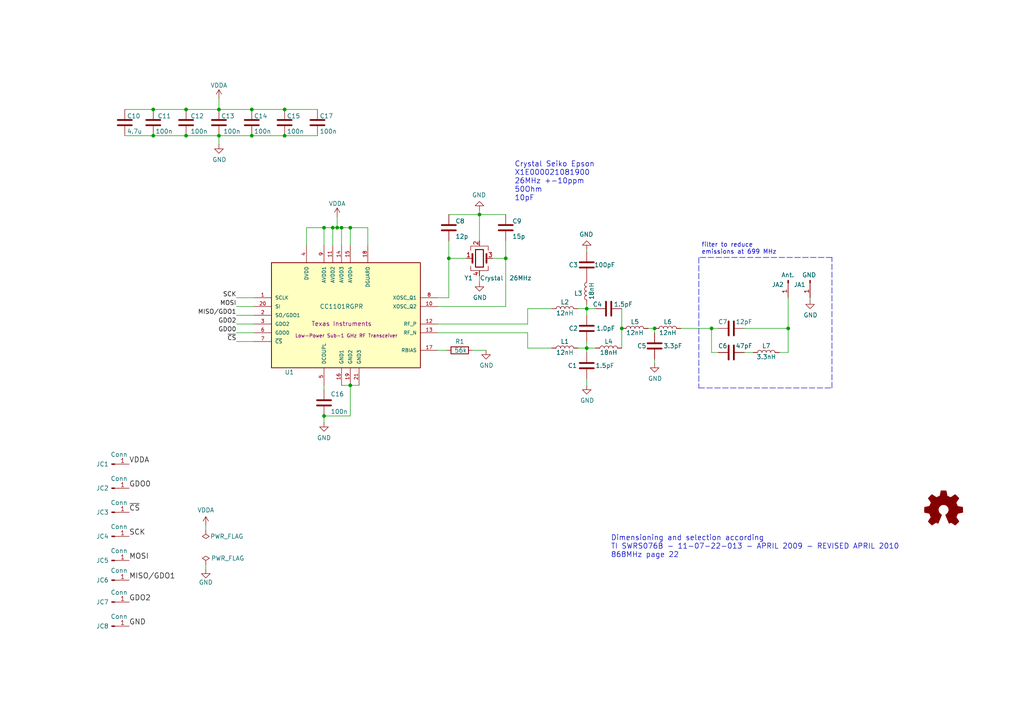
<source format=kicad_sch>
(kicad_sch (version 20211123) (generator eeschema)
  (paper "A4")
  (title_block (title "CC1101_868MHz_RF_Modul_FUEL4EP") (date "2023-08-25") (rev "1.0") (company "(C) FUEL4EP 2023") (comment 1 "fork of Jérômes CC1101_module https://github.com/jp112sdl/CC1101_Module ") (comment 2 "Creative Commons License, non-commercial") (comment 3 "for AsksinPP DIY devices") (comment 4 "868.3 MHz CC1101 RF tranceiver module prepared for JLCPCB assembly"))
  (lib_symbols
    (symbol "Connector:Conn_01x01_Male" (pin_names (offset 1.016) hide)
      (property "Reference" "J" (at 0 2.54 0))
      (property "Value" "Conn_01x01_Male" (at 0 -2.54 0))
      (symbol "Conn_01x01_Male_1_1"
        (polyline (pts (xy 1.27 0) (xy 0.8636 0)) (stroke (width 0.1524)))
        (rectangle (start 0.8636 0.127) (end 0 -0.127) (stroke (width 0.1524)) (fill (type outline)))
        (pin passive line (at 5.08 0 180) (length 3.81) (name "Pin_1") (number "1"))
      )
    )
    (symbol "Device:C" (pin_numbers hide) (pin_names (offset 0.254))
      (property "Reference" "C" (at 0.635 2.54 0))
      (property "Value" "C" (at 0.635 -2.54 0))
      (symbol "C_0_1"
        (polyline (pts (xy -2.032 -0.762) (xy 2.032 -0.762)) (stroke (width 0.508)))
        (polyline (pts (xy -2.032 0.762) (xy 2.032 0.762)) (stroke (width 0.508)))
      )
      (symbol "C_1_1"
        (pin passive line (at 0 3.81 270) (length 2.794) (name "~") (number "1"))
        (pin passive line (at 0 -3.81 90) (length 2.794) (name "~") (number "2"))
      )
    )
    (symbol "Device:Crystal_GND24" (pin_names (offset 1.016) hide)
      (property "Reference" "Y" (at 3.175 5.08 0))
      (property "Value" "Crystal_GND24" (at 3.175 3.175 0))
      (symbol "Crystal_GND24_0_1"
        (rectangle (start -1.143 2.54) (end 1.143 -2.54) (stroke (width 0.3048)))
        (polyline (pts (xy -2.54 0) (xy -2.032 0)))
        (polyline (pts (xy -2.032 -1.27) (xy -2.032 1.27)) (stroke (width 0.508)))
        (polyline (pts (xy 0 -3.81) (xy 0 -3.556)))
        (polyline (pts (xy 0 3.556) (xy 0 3.81)))
        (polyline (pts (xy 2.032 -1.27) (xy 2.032 1.27)) (stroke (width 0.508)))
        (polyline (pts (xy 2.032 0) (xy 2.54 0)))
        (polyline (pts (xy -2.54 -2.286) (xy -2.54 -3.556) (xy 2.54 -3.556) (xy 2.54 -2.286)))
        (polyline (pts (xy -2.54 2.286) (xy -2.54 3.556) (xy 2.54 3.556) (xy 2.54 2.286)))
      )
      (symbol "Crystal_GND24_1_1"
        (pin passive line (at -3.81 0 0) (length 1.27) (name "1") (number "1"))
        (pin passive line (at 0 5.08 270) (length 1.27) (name "2") (number "2"))
        (pin passive line (at 3.81 0 180) (length 1.27) (name "3") (number "3"))
        (pin passive line (at 0 -5.08 90) (length 1.27) (name "4") (number "4"))
      )
    )
    (symbol "Device:L" (pin_numbers hide) (pin_names (offset 1.016) hide)
      (property "Reference" "L" (at -1.27 0 90))
      (property "Value" "L" (at 1.905 0 90))
      (symbol "L_0_1"
        (arc (start 0 -2.54) (mid 0.635 -1.905) (end 0 -1.27))
        (arc (start 0 -1.27) (mid 0.635 -0.635) (end 0 0))
        (arc (start 0 0) (mid 0.635 0.635) (end 0 1.27))
        (arc (start 0 1.27) (mid 0.635 1.905) (end 0 2.54))
      )
      (symbol "L_1_1"
        (pin passive line (at 0 3.81 270) (length 1.27) (name "1") (number "1"))
        (pin passive line (at 0 -3.81 90) (length 1.27) (name "2") (number "2"))
      )
    )
    (symbol "Device:R" (pin_numbers hide) (pin_names (offset 0))
      (property "Reference" "R" (at 2.032 0 90))
      (property "Value" "R" (at 0 0 90))
      (symbol "R_0_1"
        (rectangle (start -1.016 -2.54) (end 1.016 2.54) (stroke (width 0.254)))
      )
      (symbol "R_1_1"
        (pin passive line (at 0 3.81 270) (length 1.27) (name "~") (number "1"))
        (pin passive line (at 0 -3.81 90) (length 1.27) (name "~") (number "2"))
      )
    )
    (symbol "FUEL4EP:CC1101RGPR" (pin_names (offset 1.016))
      (property "Reference" "U" (at -20.955 -18.415 0))
      (property "Value" "CC1101RGPR" (at -6.35 2.54 0))
      (symbol "CC1101RGPR_0_0"
        (rectangle (start -20.32 -15.24) (end 22.86 15.24) (stroke (width 0.254)) (fill (type background)))
        (pin input line (at -25.4 5.08 0) (length 5.08) (name "SCLK") (number "1"))
        (pin bidirectional line (at 27.94 2.54 180) (length 5.08) (name "XOSC_Q2") (number "10"))
        (pin power_in line (at -2.54 20.32 270) (length 5.08) (name "AVDD2") (number "11"))
        (pin bidirectional line (at 27.94 -2.54 180) (length 5.08) (name "RF_P") (number "12"))
        (pin bidirectional line (at 27.94 -5.08 180) (length 5.08) (name "RF_N") (number "13"))
        (pin power_in line (at 0 20.32 270) (length 5.08) (name "AVDD3") (number "14"))
        (pin power_in line (at 2.54 20.32 270) (length 5.08) (name "AVDD4") (number "15"))
        (pin power_in line (at 0 -20.32 90) (length 5.08) (name "GND1") (number "16"))
        (pin bidirectional line (at 27.94 -10.16 180) (length 5.08) (name "RBIAS") (number "17"))
        (pin power_in line (at 7.62 20.32 270) (length 5.08) (name "DGUARD") (number "18"))
        (pin power_in line (at 2.54 -20.32 90) (length 5.08) (name "GND2") (number "19"))
        (pin bidirectional line (at -25.4 0 0) (length 5.08) (name "SO/GDO1") (number "2"))
        (pin input line (at -25.4 2.54 0) (length 5.08) (name "SI") (number "20"))
        (pin power_in line (at 5.08 -20.32 90) (length 5.08) (name "GND3") (number "21"))
        (pin output line (at -25.4 -2.54 0) (length 5.08) (name "GDO2") (number "3"))
        (pin power_in line (at -10.16 20.32 270) (length 5.08) (name "DVDD") (number "4"))
        (pin bidirectional line (at -5.08 -20.32 90) (length 5.08) (name "DCOUPL") (number "5"))
        (pin output line (at -25.4 -5.08 0) (length 5.08) (name "GDO0") (number "6"))
        (pin input line (at -25.4 -7.62 0) (length 5.08) (name "~{CS}") (number "7"))
        (pin bidirectional line (at 27.94 5.08 180) (length 5.08) (name "XOSC_Q1") (number "8"))
        (pin power_in line (at -5.08 20.32 270) (length 5.08) (name "AVDD1") (number "9"))
      )
    )
    (symbol "Graphic:Logo_Open_Hardware_Small" (pin_names (offset 1.016))
      (symbol "Logo_Open_Hardware_Small_0_1"
        (polyline (pts (xy 3.3528 -4.3434) (xy 3.302 -4.318) (xy 3.175 -4.2418) (xy 2.9972 -4.1148) (xy 2.7686 -3.9624) (xy 2.54 -3.81) (xy 2.3622 -3.7084) (xy 2.2352 -3.6068) (xy 2.1844 -3.5814) (xy 2.159 -3.6068) (xy 2.0574 -3.6576) (xy 1.905 -3.7338) (xy 1.8034 -3.7846) (xy 1.6764 -3.8354) (xy 1.6002 -3.8354) (xy 1.6002 -3.8354) (xy 1.5494 -3.7338) (xy 1.4732 -3.5306) (xy 1.3462 -3.302) (xy 1.2446 -3.0226) (xy 1.1176 -2.7178) (xy 0.9652 -2.413) (xy 0.8636 -2.1082) (xy 0.7366 -1.8288) (xy 0.6604 -1.6256) (xy 0.6096 -1.4732) (xy 0.5842 -1.397) (xy 0.5842 -1.397) (xy 0.6604 -1.3208) (xy 0.7874 -1.2446) (xy 1.0414 -1.016) (xy 1.2954 -0.6858) (xy 1.4478 -0.3302) (xy 1.524 0.0762) (xy 1.4732 0.4572) (xy 1.3208 0.8128) (xy 1.0668 1.143) (xy 0.762 1.3716) (xy 0.4064 1.524) (xy 0 1.5748) (xy -0.381 1.5494) (xy -0.7366 1.397) (xy -1.0668 1.143) (xy -1.2192 0.9906) (xy -1.397 0.6604) (xy -1.524 0.3048) (xy -1.524 0.2286) (xy -1.4986 -0.1778) (xy -1.397 -0.5334) (xy -1.1938 -0.8636) (xy -0.9144 -1.143) (xy -0.8636 -1.1684) (xy -0.7366 -1.27) (xy -0.635 -1.3462) (xy -0.5842 -1.397) (xy -1.0668 -2.5908) (xy -1.143 -2.794) (xy -1.2954 -3.1242) (xy -1.397 -3.4036) (xy -1.4986 -3.6322) (xy -1.5748 -3.7846) (xy -1.6002 -3.8354) (xy -1.6002 -3.8354) (xy -1.651 -3.8354) (xy -1.7272 -3.81) (xy -1.905 -3.7338) (xy -2.0066 -3.683) (xy -2.1336 -3.6068) (xy -2.2098 -3.5814) (xy -2.2606 -3.6068) (xy -2.3622 -3.683) (xy -2.54 -3.81) (xy -2.7686 -3.9624) (xy -2.9718 -4.0894) (xy -3.1496 -4.2164) (xy -3.302 -4.318) (xy -3.3528 -4.3434) (xy -3.3782 -4.3434) (xy -3.429 -4.318) (xy -3.5306 -4.2164) (xy -3.7084 -4.064) (xy -3.937 -3.8354) (xy -3.9624 -3.81) (xy -4.1656 -3.6068) (xy -4.318 -3.4544) (xy -4.4196 -3.3274) (xy -4.445 -3.2766) (xy -4.445 -3.2766) (xy -4.4196 -3.2258) (xy -4.318 -3.0734) (xy -4.2164 -2.8956) (xy -4.064 -2.667) (xy -3.6576 -2.0828) (xy -3.8862 -1.5494) (xy -3.937 -1.3716) (xy -4.0386 -1.1684) (xy -4.0894 -1.0414) (xy -4.1148 -0.9652) (xy -4.191 -0.9398) (xy -4.318 -0.9144) (xy -4.5466 -0.8636) (xy -4.8006 -0.8128) (xy -5.0546 -0.7874) (xy -5.2578 -0.7366) (xy -5.4356 -0.7112) (xy -5.5118 -0.6858) (xy -5.5118 -0.6858) (xy -5.5372 -0.635) (xy -5.5372 -0.5588) (xy -5.5372 -0.4318) (xy -5.5626 -0.2286) (xy -5.5626 0.0762) (xy -5.5626 0.127) (xy -5.5372 0.4064) (xy -5.5372 0.635) (xy -5.5372 0.762) (xy -5.5372 0.8382) (xy -5.5372 0.8382) (xy -5.461 0.8382) (xy -5.3086 0.889) (xy -5.08 0.9144) (xy -4.826 0.9652) (xy -4.8006 0.9906) (xy -4.5466 1.0414) (xy -4.318 1.0668) (xy -4.1656 1.1176) (xy -4.0894 1.143) (xy -4.0894 1.143) (xy -4.0386 1.2446) (xy -3.9624 1.4224) (xy -3.8608 1.6256) (xy -3.7846 1.8288) (xy -3.7084 2.0066) (xy -3.6576 2.159) (xy -3.6322 2.2098) (xy -3.6322 2.2098) (xy -3.683 2.286) (xy -3.7592 2.413) (xy -3.8862 2.5908) (xy -4.064 2.8194) (xy -4.064 2.8448) (xy -4.2164 3.0734) (xy -4.3434 3.2512) (xy -4.4196 3.3782) (xy -4.445 3.4544) (xy -4.445 3.4544) (xy -4.3942 3.5052) (xy -4.2926 3.6322) (xy -4.1148 3.81) (xy -3.937 4.0132) (xy -3.8608 4.064) (xy -3.6576 4.2926) (xy -3.5052 4.4196) (xy -3.4036 4.4958) (xy -3.3528 4.5212) (xy -3.3528 4.5212) (xy -3.302 4.4704) (xy -3.1496 4.3688) (xy -2.9718 4.2418) (xy -2.7432 4.0894) (xy -2.7178 4.0894) (xy -2.4892 3.937) (xy -2.3114 3.81) (xy -2.1844 3.7084) (xy -2.1336 3.683) (xy -2.1082 3.683) (xy -2.032 3.7084) (xy -1.8542 3.7592) (xy -1.6764 3.8354) (xy -1.4732 3.937) (xy -1.27 4.0132) (xy -1.143 4.064) (xy -1.0668 4.1148) (xy -1.0668 4.1148) (xy -1.0414 4.191) (xy -1.016 4.3434) (xy -0.9652 4.572) (xy -0.9144 4.8514) (xy -0.889 4.9022) (xy -0.8382 5.1562) (xy -0.8128 5.3848) (xy -0.7874 5.5372) (xy -0.762 5.588) (xy -0.7112 5.6134) (xy -0.5842 5.6134) (xy -0.4064 5.6134) (xy -0.1524 5.6134) (xy 0.0762 5.6134) (xy 0.3302 5.6134) (xy 0.5334 5.6134) (xy 0.6858 5.588) (xy 0.7366 5.588) (xy 0.7366 5.588) (xy 0.762 5.5118) (xy 0.8128 5.334) (xy 0.8382 5.1054) (xy 0.9144 4.826) (xy 0.9144 4.7752) (xy 0.9652 4.5212) (xy 1.016 4.2926) (xy 1.0414 4.1402) (xy 1.0668 4.0894) (xy 1.0668 4.0894) (xy 1.1938 4.0386) (xy 1.3716 3.9624) (xy 1.5748 3.8608) (xy 2.0828 3.6576) (xy 2.7178 4.0894) (xy 2.7686 4.1402) (xy 2.9972 4.2926) (xy 3.175 4.4196) (xy 3.302 4.4958) (xy 3.3782 4.5212) (xy 3.3782 4.5212) (xy 3.429 4.4704) (xy 3.556 4.3434) (xy 3.7338 4.191) (xy 3.9116 3.9878) (xy 4.064 3.8354) (xy 4.2418 3.6576) (xy 4.3434 3.556) (xy 4.4196 3.4798) (xy 4.4196 3.429) (xy 4.4196 3.4036) (xy 4.3942 3.3274) (xy 4.2926 3.2004) (xy 4.1656 2.9972) (xy 4.0132 2.794) (xy 3.8862 2.5908) (xy 3.7592 2.3876) (xy 3.6576 2.2352) (xy 3.6322 2.159) (xy 3.6322 2.1336) (xy 3.683 2.0066) (xy 3.7592 1.8288) (xy 3.8608 1.6002) (xy 4.064 1.1176) (xy 4.3942 1.0414) (xy 4.5974 1.016) (xy 4.8768 0.9652) (xy 5.1308 0.9144) (xy 5.5372 0.8382) (xy 5.5626 -0.6604) (xy 5.4864 -0.6858) (xy 5.4356 -0.6858) (xy 5.2832 -0.7366) (xy 5.0546 -0.762) (xy 4.8006 -0.8128) (xy 4.5974 -0.8636) (xy 4.3688 -0.9144) (xy 4.2164 -0.9398) (xy 4.1402 -0.9398) (xy 4.1148 -0.9652) (xy 4.064 -1.0668) (xy 3.9878 -1.2446) (xy 3.9116 -1.4478) (xy 3.81 -1.651) (xy 3.7338 -1.8542) (xy 3.683 -2.0066) (xy 3.6576 -2.0828) (xy 3.683 -2.1336) (xy 3.7846 -2.2606) (xy 3.8862 -2.4638) (xy 4.0386 -2.667) (xy 4.191 -2.8956) (xy 4.318 -3.0734) (xy 4.3942 -3.2004) (xy 4.445 -3.2766) (xy 4.4196 -3.3274) (xy 4.3434 -3.429) (xy 4.1656 -3.5814) (xy 3.937 -3.8354) (xy 3.8862 -3.8608) (xy 3.683 -4.064) (xy 3.5306 -4.2164) (xy 3.4036 -4.318) (xy 3.3528 -4.3434)) (fill (type outline)))
      )
    )
    (symbol "power:GND" (power) (pin_names (offset 0))
      (property "Value" "GND" (at 0 -3.81 0))
      (symbol "GND_0_1"
        (polyline (pts (xy 0 0) (xy 0 -1.27) (xy 1.27 -1.27) (xy 0 -2.54) (xy -1.27 -1.27) (xy 0 -1.27)))
      )
      (symbol "GND_1_1"
        (pin power_in line (at 0 0 270) (length 0) hide (name "GND") (number "1"))
      )
    )
    (symbol "power:PWR_FLAG" (power) (pin_numbers hide) (pin_names (offset 0) hide)
      (property "Value" "PWR_FLAG" (at 0 3.81 0))
      (symbol "PWR_FLAG_0_0"
        (pin power_out line (at 0 0 90) (length 0) (name "pwr") (number "1"))
      )
      (symbol "PWR_FLAG_0_1"
        (polyline (pts (xy 0 0) (xy 0 1.27) (xy -1.016 1.905) (xy 0 2.54) (xy 1.016 1.905) (xy 0 1.27)))
      )
    )
    (symbol "power:VDDA" (power) (pin_names (offset 0))
      (property "Value" "VDDA" (at 0 3.81 0))
      (symbol "VDDA_0_1"
        (polyline (pts (xy -0.762 1.27) (xy 0 2.54)))
        (polyline (pts (xy 0 0) (xy 0 2.54)))
        (polyline (pts (xy 0 2.54) (xy 0.762 1.27)))
      )
      (symbol "VDDA_1_1"
        (pin power_in line (at 0 0 90) (length 0) hide (name "VDDA") (number "1"))
      )
    )
  )
  (junction (at 73.025 31.75))
  (junction (at 101.6 66.04))
  (junction (at 63.5 39.37))
  (junction (at 44.45 39.37))
  (junction (at 82.55 31.75))
  (junction (at 97.79 66.04))
  (junction (at 93.98 66.04))
  (junction (at 53.975 39.37))
  (junction (at 146.685 74.93))
  (junction (at 228.6 95.25))
  (junction (at 63.5 31.75))
  (junction (at 180.34 95.25))
  (junction (at 44.45 31.75))
  (junction (at 170.18 100.965))
  (junction (at 73.025 39.37))
  (junction (at 82.55 39.37))
  (junction (at 130.175 74.93))
  (junction (at 93.98 120.65))
  (junction (at 99.06 66.04))
  (junction (at 206.375 95.25))
  (junction (at 189.865 95.25))
  (junction (at 139.065 62.23))
  (junction (at 101.6 111.76))
  (junction (at 53.975 31.75))
  (junction (at 96.52 66.04))
  (junction (at 170.18 89.535))
  (wire (pts (xy 139.065 62.23) (xy 130.175 62.23)))
  (wire (pts (xy 146.685 62.23) (xy 139.065 62.23)))
  (wire (pts (xy 170.18 89.535) (xy 170.18 91.44)))
  (wire (pts (xy 101.6 120.65) (xy 93.98 120.65)))
  (wire (pts (xy 73.025 31.75) (xy 82.55 31.75)))
  (wire (pts (xy 44.45 39.37) (xy 53.975 39.37)))
  (wire (pts (xy 44.45 31.75) (xy 53.975 31.75)))
  (wire (pts (xy 127 96.52) (xy 153.035 96.52)))
  (wire (pts (xy 88.9 66.04) (xy 88.9 71.12)))
  (wire (pts (xy 139.065 62.23) (xy 139.065 69.85)))
  (wire (pts (xy 97.79 66.04) (xy 99.06 66.04)))
  (wire (pts (xy 170.18 100.965) (xy 170.18 99.06)))
  (wire (pts (xy 82.55 38.735) (xy 82.55 39.37)))
  (wire (pts (xy 170.18 88.265) (xy 170.18 89.535)))
  (wire (pts (xy 139.065 60.96) (xy 139.065 62.23)))
  (wire (pts (xy 197.485 95.25) (xy 206.375 95.25)))
  (wire (pts (xy 167.64 100.965) (xy 170.18 100.965)))
  (wire (pts (xy 101.6 66.04) (xy 106.68 66.04)))
  (wire (pts (xy 189.865 95.25) (xy 189.865 96.52)))
  (wire (pts (xy 130.175 74.93) (xy 130.175 86.36)))
  (wire (pts (xy 180.34 95.25) (xy 180.34 100.965)))
  (wire (pts (xy 170.18 100.965) (xy 170.18 102.235)))
  (wire (pts (xy 208.28 102.235) (xy 206.375 102.235)))
  (wire (pts (xy 130.175 86.36) (xy 127 86.36)))
  (wire (pts (xy 63.5 28.575) (xy 63.5 31.75)))
  (polyline (pts (xy 202.692 112.522) (xy 241.3 112.522)))
  (wire (pts (xy 106.68 66.04) (xy 106.68 71.12)))
  (wire (pts (xy 99.06 66.04) (xy 99.06 71.12)))
  (wire (pts (xy 63.5 39.37) (xy 63.5 41.91)))
  (wire (pts (xy 68.58 93.98) (xy 73.66 93.98)))
  (wire (pts (xy 63.5 31.75) (xy 73.025 31.75)))
  (wire (pts (xy 228.6 86.36) (xy 228.6 95.25)))
  (wire (pts (xy 127 93.98) (xy 153.035 93.98)))
  (polyline (pts (xy 241.3 74.676) (xy 202.692 74.676)))
  (wire (pts (xy 68.58 96.52) (xy 73.66 96.52)))
  (wire (pts (xy 59.69 163.83) (xy 59.69 165.1)))
  (wire (pts (xy 82.55 39.37) (xy 92.075 39.37)))
  (wire (pts (xy 153.035 89.535) (xy 160.02 89.535)))
  (polyline (pts (xy 241.3 112.522) (xy 241.3 74.676)))
  (wire (pts (xy 97.79 62.865) (xy 97.79 66.04)))
  (wire (pts (xy 170.18 100.965) (xy 172.72 100.965)))
  (wire (pts (xy 153.035 93.98) (xy 153.035 89.535)))
  (wire (pts (xy 127 88.9) (xy 146.685 88.9)))
  (wire (pts (xy 153.035 100.965) (xy 160.02 100.965)))
  (wire (pts (xy 101.6 111.76) (xy 99.06 111.76)))
  (wire (pts (xy 206.375 95.25) (xy 208.28 95.25)))
  (wire (pts (xy 36.195 31.75) (xy 44.45 31.75)))
  (wire (pts (xy 36.195 39.37) (xy 44.45 39.37)))
  (wire (pts (xy 170.18 72.39) (xy 170.18 73.025)))
  (wire (pts (xy 82.55 31.75) (xy 92.075 31.75)))
  (wire (pts (xy 130.175 69.85) (xy 130.175 74.93)))
  (wire (pts (xy 180.34 89.535) (xy 180.34 95.25)))
  (wire (pts (xy 215.9 95.25) (xy 228.6 95.25)))
  (wire (pts (xy 93.98 66.04) (xy 88.9 66.04)))
  (wire (pts (xy 53.975 39.37) (xy 63.5 39.37)))
  (wire (pts (xy 68.58 88.9) (xy 73.66 88.9)))
  (wire (pts (xy 93.98 66.04) (xy 96.52 66.04)))
  (wire (pts (xy 101.6 66.04) (xy 101.6 71.12)))
  (wire (pts (xy 228.6 102.235) (xy 226.06 102.235)))
  (wire (pts (xy 101.6 111.76) (xy 101.6 120.65)))
  (wire (pts (xy 146.685 74.93) (xy 146.685 88.9)))
  (wire (pts (xy 68.58 86.36) (xy 73.66 86.36)))
  (wire (pts (xy 68.58 99.06) (xy 73.66 99.06)))
  (wire (pts (xy 99.06 66.04) (xy 101.6 66.04)))
  (wire (pts (xy 206.375 102.235) (xy 206.375 95.25)))
  (wire (pts (xy 93.98 120.65) (xy 93.98 122.555)))
  (wire (pts (xy 96.52 66.04) (xy 96.52 71.12)))
  (wire (pts (xy 228.6 95.25) (xy 228.6 102.235)))
  (wire (pts (xy 139.065 80.01) (xy 139.065 81.915)))
  (wire (pts (xy 234.95 86.36) (xy 234.95 86.995)))
  (wire (pts (xy 218.44 102.235) (xy 215.9 102.235)))
  (wire (pts (xy 170.18 109.855) (xy 170.18 111.76)))
  (wire (pts (xy 167.64 89.535) (xy 170.18 89.535)))
  (wire (pts (xy 68.58 91.44) (xy 73.66 91.44)))
  (polyline (pts (xy 202.692 74.676) (xy 202.692 112.522)))
  (wire (pts (xy 146.685 74.93) (xy 146.685 69.85)))
  (wire (pts (xy 130.175 74.93) (xy 135.255 74.93)))
  (wire (pts (xy 101.6 111.76) (xy 104.14 111.76)))
  (wire (pts (xy 127 101.6) (xy 129.54 101.6)))
  (wire (pts (xy 96.52 66.04) (xy 97.79 66.04)))
  (wire (pts (xy 153.035 96.52) (xy 153.035 100.965)))
  (wire (pts (xy 63.5 39.37) (xy 73.025 39.37)))
  (wire (pts (xy 73.025 39.37) (xy 82.55 39.37)))
  (wire (pts (xy 142.875 74.93) (xy 146.685 74.93)))
  (wire (pts (xy 137.16 101.6) (xy 140.97 101.6)))
  (wire (pts (xy 53.975 31.75) (xy 63.5 31.75)))
  (wire (pts (xy 93.98 111.76) (xy 93.98 113.03)))
  (wire (pts (xy 59.69 152.4) (xy 59.69 153.67)))
  (wire (pts (xy 187.96 95.25) (xy 189.865 95.25)))
  (wire (pts (xy 189.865 104.14) (xy 189.865 105.41)))
  (wire (pts (xy 170.18 89.535) (xy 172.72 89.535)))
  (wire (pts (xy 93.98 71.12) (xy 93.98 66.04)))
  (text "Dimensioning and selection according \nTI SWRS076B - 11-07-22-013 - APRIL 2009 - REVISED APRIL 2010\n868MHz page 22" (at 177.165 161.925 0) (effects (font (size 1.524 1.524)) (justify left bottom)))
  (text "filter to reduce\nemissions at 699 MHz" (at 203.454 73.914 0) (effects (font (size 1.27 1.27)) (justify left bottom)))
  (text "Crystal Seiko Epson\nX1E000021081900\n26MHz +-10ppm\n50Ohm\n10pF" (at 149.225 58.42 0) (effects (font (size 1.524 1.524)) (justify left bottom)))
  (label "MISO{slash}GDO1" (at 68.58 91.44 180))
  (label "GDO0" (at 68.58 96.52 180))
  (label "GDO2" (at 37.465 174.625 0) (effects (font (size 1.524 1.524))))
  (label "MOSI" (at 68.58 88.9 180))
  (label "GND" (at 37.465 181.61 0) (effects (font (size 1.524 1.524))))
  (label "~{CS}" (at 37.465 148.59 0) (effects (font (size 1.524 1.524))))
  (label "GDO2" (at 68.58 93.98 180))
  (label "MISO{slash}GDO1" (at 37.465 168.275 0) (effects (font (size 1.524 1.524))))
  (label "VDDA" (at 37.465 134.62 0) (effects (font (size 1.524 1.524))))
  (label "SCK" (at 68.58 86.36 180))
  (label "MOSI" (at 37.465 162.56 0) (effects (font (size 1.524 1.524))))
  (label "~{CS}" (at 68.58 99.06 180))
  (label "GDO0" (at 37.465 141.605 0) (effects (font (size 1.524 1.524))))
  (label "SCK" (at 37.465 155.575 0) (effects (font (size 1.524 1.524))))
  (symbol (lib_id "Connector:Conn_01x01_Male") (at 32.385 155.575 0) (unit 1)
    (property "Reference" "JC4" (at 29.718 155.575 0))
    (property "Value" "Conn" (at 34.544 152.781 0))
    (property "Footprint" "FUEL4EP:castellated_hole_Pitch1.27mm_Drill0.65mm_rounded" (effects hide))
  )
  (symbol (lib_id "Device:C") (at 73.025 35.56 0) (unit 1)
    (property "Reference" "C14" (at 73.66 33.655 0) (effects (justify left)))
    (property "Value" "100n" (at 73.66 38.1 0) (effects (justify left)))
    (property "Footprint" "Capacitor_SMD:C_0402_1005Metric" (effects hide))
    (property "LCSC" "C1525" (effects hide))
    (property "TYPE" "0402" (effects hide))
  )
  (symbol (lib_id "power:GND") (at 234.95 86.995 0) (unit 1)
    (property "Reference" "#PWR0103" (effects hide))
    (property "Value" "GND" (at 235.077 91.3892 0))
  )
  (symbol (lib_id "Device:C") (at 189.865 100.33 0) (mirror x) (unit 1)
    (property "Reference" "C5" (at 184.785 100.33 0) (effects (justify left)))
    (property "Value" "3.3pF" (at 192.405 100.33 0) (effects (justify left)))
    (property "Footprint" "Capacitor_SMD:C_0402_1005Metric" (effects hide))
    (property "LCSC" "C1565" (effects hide))
    (property "TYPE" "0402" (effects hide))
  )
  (symbol (lib_id "Device:L") (at 184.15 95.25 90) (unit 1)
    (property "Reference" "L5" (at 184.15 93.345 90))
    (property "Value" "12nH" (at 184.15 96.52 90))
    (property "Footprint" "Inductor_SMD:L_0402_1005Metric" (effects hide))
    (property "LCSC" "C2043991" (effects hide))
    (property "TYPE" "0402" (effects hide))
  )
  (symbol (lib_id "power:GND") (at 59.69 165.1 0) (unit 1)
    (property "Reference" "#PWR0105" (effects hide))
    (property "Value" "GND" (at 59.69 168.91 0))
  )
  (symbol (lib_id "Device:L") (at 222.25 102.235 90) (unit 1)
    (property "Reference" "L7" (at 222.25 100.33 90))
    (property "Value" "3.3nH" (at 222.25 103.505 90))
    (property "Footprint" "Inductor_SMD:L_0402_1005Metric" (effects hide))
    (property "LCSC" "C412273" (effects hide))
    (property "TYPE" "0402" (effects hide))
  )
  (symbol (lib_id "Device:C") (at 82.55 35.56 0) (unit 1)
    (property "Reference" "C15" (at 83.185 33.655 0) (effects (justify left)))
    (property "Value" "100n" (at 83.185 38.1 0) (effects (justify left)))
    (property "Footprint" "Capacitor_SMD:C_0402_1005Metric" (effects hide))
    (property "LCSC" "C1525" (effects hide))
    (property "TYPE" "0402" (effects hide))
  )
  (symbol (lib_id "Graphic:Logo_Open_Hardware_Small") (at 273.685 147.955 0) (unit 1)
    (property "Reference" "LOGO1" (effects hide))
    (property "Value" "Logo_Open_Hardware_Small" (effects hide))
    (property "Footprint" "FUEL4EP:CC-BY-ND-SA_bottom" (effects hide))
  )
  (symbol (lib_id "Device:L") (at 176.53 100.965 90) (unit 1)
    (property "Reference" "L4" (at 176.53 99.06 90))
    (property "Value" "18nH" (at 176.53 102.235 90))
    (property "Footprint" "Inductor_SMD:L_0402_1005Metric" (effects hide))
    (property "LCSC" "C908004" (effects hide))
    (property "TYPE" "0402" (effects hide))
  )
  (symbol (lib_id "Device:L") (at 170.18 84.455 180) (unit 1)
    (property "Reference" "L3" (at 166.497 85.09 0) (effects (justify right)))
    (property "Value" "18nH" (at 171.577 86.995 90) (effects (justify right)))
    (property "Footprint" "Inductor_SMD:L_0402_1005Metric" (effects hide))
    (property "LCSC" "C908004" (effects hide))
    (property "TYPE" "0402" (effects hide))
  )
  (symbol (lib_id "Device:C") (at 63.5 35.56 0) (unit 1)
    (property "Reference" "C13" (at 64.135 33.655 0) (effects (justify left)))
    (property "Value" "100n" (at 64.77 38.1 0) (effects (justify left)))
    (property "Footprint" "Capacitor_SMD:C_0402_1005Metric" (effects hide))
    (property "LCSC" "C1525" (effects hide))
    (property "TYPE" "0402" (effects hide))
  )
  (symbol (lib_id "Device:L") (at 163.83 100.965 90) (unit 1)
    (property "Reference" "L1" (at 163.83 99.06 90))
    (property "Value" "12nH" (at 163.83 102.235 90))
    (property "Footprint" "Inductor_SMD:L_0402_1005Metric" (effects hide))
    (property "LCSC" "C2043991" (effects hide))
    (property "TYPE" "0402" (effects hide))
  )
  (symbol (lib_id "power:GND") (at 140.97 101.6 0) (unit 1)
    (property "Reference" "#PWR01" (effects hide))
    (property "Value" "GND" (at 141.097 105.9942 0))
  )
  (symbol (lib_id "Device:C") (at 212.09 95.25 270) (mirror x) (unit 1)
    (property "Reference" "C7" (at 208.28 93.345 90) (effects (justify left)))
    (property "Value" "12pF" (at 213.36 93.345 90) (effects (justify left)))
    (property "Footprint" "Capacitor_SMD:C_0402_1005Metric" (effects hide))
    (property "LCSC" "C1547" (effects hide))
    (property "TYPE" "0402" (effects hide))
  )
  (symbol (lib_id "power:GND") (at 139.065 81.915 0) (unit 1)
    (property "Reference" "#PWR0101" (effects hide))
    (property "Value" "GND" (at 139.192 86.3092 0))
  )
  (symbol (lib_id "Device:C") (at 212.09 102.235 270) (mirror x) (unit 1)
    (property "Reference" "C6" (at 208.28 100.33 90) (effects (justify left)))
    (property "Value" "47pF" (at 213.36 100.33 90) (effects (justify left)))
    (property "Footprint" "Capacitor_SMD:C_0402_1005Metric" (effects hide))
    (property "LCSC" "C384800" (effects hide))
    (property "TYPE" "0402" (effects hide))
  )
  (symbol (lib_id "power:GND") (at 139.065 60.96 180) (unit 1)
    (property "Reference" "#PWR02" (effects hide))
    (property "Value" "GND" (at 138.938 56.5658 0))
  )
  (symbol (lib_id "power:VDDA") (at 59.69 152.4 0) (unit 1)
    (property "Reference" "#PWR0104" (effects hide))
    (property "Value" "VDDA" (at 59.69 147.955 0))
  )
  (symbol (lib_id "power:PWR_FLAG") (at 59.69 153.67 180) (unit 1)
    (property "Reference" "#FLG0101" (effects hide))
    (property "Value" "PWR_FLAG" (at 60.96 155.575 0) (effects (justify right)))
  )
  (symbol (lib_id "power:GND") (at 189.865 105.41 0) (unit 1)
    (property "Reference" "#PWR07" (effects hide))
    (property "Value" "GND" (at 189.992 109.8042 0))
  )
  (symbol (lib_id "power:VDDA") (at 63.5 28.575 0) (unit 1)
    (property "Reference" "#PWR08" (effects hide))
    (property "Value" "VDDA" (at 63.5 24.765 0))
  )
  (symbol (lib_id "Connector:Conn_01x01_Male") (at 32.385 148.59 0) (unit 1)
    (property "Reference" "JC3" (at 29.718 148.59 0))
    (property "Value" "Conn" (at 34.544 145.796 0))
    (property "Footprint" "FUEL4EP:castellated_hole_Pitch1.27mm_Drill0.65mm_rounded" (effects hide))
  )
  (symbol (lib_id "power:VDDA") (at 97.79 62.865 0) (unit 1)
    (property "Reference" "#PWR011" (effects hide))
    (property "Value" "VDDA" (at 97.79 59.055 0))
  )
  (symbol (lib_id "FUEL4EP:CC1101RGPR") (at 99.06 91.44 0) (unit 1)
    (property "Reference" "U1" (at 82.55 107.95 0) (effects (justify left)))
    (property "Value" "CC1101RGPR" (at 92.71 88.9 0) (effects (justify left)))
    (property "Footprint" "Package_DFN_QFN:Texas_S-PVQFN-N20_EP2.4x2.4mm_ThermalVias" (effects hide))
    (property "Datasheet" "https://www.ti.com/lit/ds/symlink/cc1101.pdf" (effects hide))
    (property "MF" "Texas Instruments" (at 99.06 94.615 0) (effects (justify bottom)))
    (property "Description" "Low-Power Sub-1 GHz RF Transceiver" (at 100.457 97.917 0) (effects (font (size 1 1)) (justify bottom)))
    (property "Package" "QFN-20-EP(4x4)" (effects hide))
    (property "LCSC" "C29953" (effects hide))
    (property "TYPE" "QFN-20-EP(4x4)" (effects hide))
  )
  (symbol (lib_id "power:GND") (at 93.98 122.555 0) (unit 1)
    (property "Reference" "#PWR010" (effects hide))
    (property "Value" "GND" (at 93.98 127 0))
  )
  (symbol (lib_id "Device:C") (at 93.98 116.84 0) (unit 1)
    (property "Reference" "C16" (at 95.885 114.3 0) (effects (justify left)))
    (property "Value" "100n" (at 95.885 119.38 0) (effects (justify left)))
    (property "Footprint" "Capacitor_SMD:C_0402_1005Metric" (effects hide))
    (property "LCSC" "C1525" (effects hide))
    (property "TYPE" "0402" (effects hide))
  )
  (symbol (lib_id "Device:C") (at 53.975 35.56 0) (unit 1)
    (property "Reference" "C12" (at 55.245 33.655 0) (effects (justify left)))
    (property "Value" "100n" (at 55.245 38.1 0) (effects (justify left)))
    (property "Footprint" "Capacitor_SMD:C_0402_1005Metric" (effects hide))
    (property "LCSC" "C1525" (effects hide))
    (property "TYPE" "0402" (effects hide))
  )
  (symbol (lib_id "Device:C") (at 36.195 35.56 0) (unit 1)
    (property "Reference" "C10" (at 36.83 33.655 0) (effects (justify left)))
    (property "Value" "4.7u" (at 36.83 38.1 0) (effects (justify left)))
    (property "Footprint" "Capacitor_SMD:C_0402_1005Metric" (effects hide))
    (property "LCSC" "C23733" (effects hide))
    (property "TYPE" "0402" (effects hide))
  )
  (symbol (lib_id "power:GND") (at 170.18 72.39 180) (unit 1)
    (property "Reference" "#PWR05" (effects hide))
    (property "Value" "GND" (at 170.053 67.9958 0))
  )
  (symbol (lib_id "Connector:Conn_01x01_Male") (at 32.385 141.605 0) (unit 1)
    (property "Reference" "JC2" (at 29.718 141.605 0))
    (property "Value" "Conn" (at 34.544 138.811 0))
    (property "Footprint" "FUEL4EP:castellated_hole_Pitch1.27mm_Drill0.65mm_rounded" (effects hide))
  )
  (symbol (lib_id "power:GND") (at 170.18 111.76 0) (unit 1)
    (property "Reference" "#PWR06" (effects hide))
    (property "Value" "GND" (at 170.307 116.1542 0))
  )
  (symbol (lib_id "power:PWR_FLAG") (at 59.69 163.83 0) (unit 1)
    (property "Reference" "#FLG0102" (effects hide))
    (property "Value" "PWR_FLAG" (at 66.04 161.925 0))
  )
  (symbol (lib_id "Device:C") (at 130.175 66.04 0) (unit 1)
    (property "Reference" "C8" (at 132.08 64.135 0) (effects (justify left)))
    (property "Value" "12p" (at 132.08 68.58 0) (effects (justify left)))
    (property "Footprint" "Capacitor_SMD:C_0402_1005Metric" (effects hide))
    (property "LCSC" "C1547" (effects hide))
    (property "TYPE" "0402" (effects hide))
  )
  (symbol (lib_id "Device:Crystal_GND24") (at 139.065 74.93 0) (unit 1)
    (property "Reference" "Y1" (at 135.89 80.645 0))
    (property "Value" "Crystal  26MHz" (at 146.685 80.645 0))
    (property "Footprint" "Crystal:Crystal_SMD_3225-4Pin_3.2x2.5mm" (effects hide))
    (property "Datasheet" "https://datasheet.lcsc.com/lcsc/2304140030_Seiko-Epson-X1E000021081900_C91747.pdf" (effects hide))
    (property "LCSC" "C91747" (effects hide))
    (property "TYPE" "SMD3225-4P" (effects hide))
  )
  (symbol (lib_id "Device:L") (at 163.83 89.535 90) (unit 1)
    (property "Reference" "L2" (at 163.83 87.63 90))
    (property "Value" "12nH" (at 163.83 90.805 90))
    (property "Footprint" "Inductor_SMD:L_0402_1005Metric" (effects hide))
    (property "LCSC" "C2043991" (effects hide))
    (property "TYPE" "0402" (effects hide))
  )
  (symbol (lib_id "Device:C") (at 44.45 35.56 0) (unit 1)
    (property "Reference" "C11" (at 45.72 33.655 0) (effects (justify left)))
    (property "Value" "100n" (at 45.085 38.1 0) (effects (justify left)))
    (property "Footprint" "Capacitor_SMD:C_0402_1005Metric" (effects hide))
    (property "LCSC" "C1525" (effects hide))
    (property "TYPE" "0402" (effects hide))
  )
  (symbol (lib_id "power:GND") (at 63.5 41.91 0) (unit 1)
    (property "Reference" "#PWR09" (effects hide))
    (property "Value" "GND" (at 63.627 46.3042 0))
  )
  (symbol (lib_id "Device:C") (at 170.18 95.25 0) (mirror y) (unit 1)
    (property "Reference" "C2" (at 167.64 95.25 0) (effects (justify left)))
    (property "Value" "1.0pF" (at 178.435 95.25 0) (effects (justify left)))
    (property "Footprint" "Capacitor_SMD:C_0402_1005Metric" (effects hide))
    (property "LCSC" "C710646" (effects hide))
    (property "TYPE" "0402" (effects hide))
  )
  (symbol (lib_id "Device:C") (at 170.18 106.045 0) (mirror y) (unit 1)
    (property "Reference" "C1" (at 167.386 106.045 0) (effects (justify left)))
    (property "Value" "1.5pF" (at 178.181 106.045 0) (effects (justify left)))
    (property "Footprint" "Capacitor_SMD:C_0402_1005Metric" (effects hide))
    (property "LCSC" "C76901" (effects hide))
    (property "TYPE" "0402" (effects hide))
  )
  (symbol (lib_id "Connector:Conn_01x01_Male") (at 228.6 81.28 270) (unit 1)
    (property "Reference" "JA2" (at 227.33 82.55 90) (effects (justify right)))
    (property "Value" "Ant." (at 230.378 79.756 90) (effects (justify right)))
    (property "Footprint" "FUEL4EP:castellated_hole_Pitch2.28mm_Drill0.8mm" (effects hide))
  )
  (symbol (lib_id "Device:C") (at 170.18 76.835 0) (mirror y) (unit 1)
    (property "Reference" "C3" (at 167.64 76.835 0) (effects (justify left)))
    (property "Value" "100pF" (at 178.435 76.835 0) (effects (justify left)))
    (property "Footprint" "Capacitor_SMD:C_0402_1005Metric" (effects hide))
    (property "LCSC" "C1546" (effects hide))
    (property "TYPE" "0402" (effects hide))
  )
  (symbol (lib_id "Connector:Conn_01x01_Male") (at 32.385 174.625 0) (unit 1)
    (property "Reference" "JC7" (at 29.718 174.625 0))
    (property "Value" "Conn" (at 34.544 171.831 0))
    (property "Footprint" "FUEL4EP:castellated_hole_Pitch1.27mm_Drill0.65mm_rounded" (effects hide))
  )
  (symbol (lib_id "Device:C") (at 92.075 35.56 0) (unit 1)
    (property "Reference" "C17" (at 92.71 33.655 0) (effects (justify left)))
    (property "Value" "100n" (at 92.71 38.1 0) (effects (justify left)))
    (property "Footprint" "Capacitor_SMD:C_0402_1005Metric" (effects hide))
    (property "LCSC" "C1525" (effects hide))
    (property "TYPE" "0402" (effects hide))
  )
  (symbol (lib_id "Connector:Conn_01x01_Male") (at 32.385 168.275 0) (unit 1)
    (property "Reference" "JC6" (at 29.718 168.275 0))
    (property "Value" "Conn" (at 34.544 165.481 0))
    (property "Footprint" "FUEL4EP:castellated_hole_Pitch1.27mm_Drill0.65mm_rounded" (effects hide))
  )
  (symbol (lib_id "Device:L") (at 193.675 95.25 90) (unit 1)
    (property "Reference" "L6" (at 193.675 93.345 90))
    (property "Value" "12nH" (at 193.675 96.52 90))
    (property "Footprint" "Inductor_SMD:L_0402_1005Metric" (effects hide))
    (property "LCSC" "C2043991" (effects hide))
    (property "TYPE" "0402" (effects hide))
  )
  (symbol (lib_id "Connector:Conn_01x01_Male") (at 32.385 134.62 0) (unit 1)
    (property "Reference" "JC1" (at 29.718 134.62 0))
    (property "Value" "Conn" (at 34.544 131.826 0))
    (property "Footprint" "FUEL4EP:castellated_hole_Pitch1.27mm_Drill0.65mm" (effects hide))
  )
  (symbol (lib_id "Connector:Conn_01x01_Male") (at 32.385 181.61 0) (unit 1)
    (property "Reference" "JC8" (at 29.718 181.61 0))
    (property "Value" "Conn" (at 34.544 178.816 0))
    (property "Footprint" "FUEL4EP:castellated_hole_Pitch1.27mm_Drill0.65mm_rounded" (effects hide))
  )
  (symbol (lib_id "Connector:Conn_01x01_Male") (at 32.385 162.56 0) (unit 1)
    (property "Reference" "JC5" (at 29.718 162.56 0))
    (property "Value" "Conn" (at 34.544 159.766 0))
    (property "Footprint" "FUEL4EP:castellated_hole_Pitch1.27mm_Drill0.65mm_rounded" (effects hide))
  )
  (symbol (lib_id "Connector:Conn_01x01_Male") (at 234.95 81.28 270) (unit 1)
    (property "Reference" "JA1" (at 233.68 82.55 90) (effects (justify right)))
    (property "Value" "GND" (at 236.728 79.756 90) (effects (justify right)))
    (property "Footprint" "FUEL4EP:castellated_hole_Pitch2.28mm_Drill0.8mm" (effects hide))
  )
  (symbol (lib_id "Device:C") (at 146.685 66.04 0) (unit 1)
    (property "Reference" "C9" (at 148.59 64.135 0) (effects (justify left)))
    (property "Value" "15p" (at 148.59 68.58 0) (effects (justify left)))
    (property "Footprint" "Capacitor_SMD:C_0402_1005Metric" (effects hide))
    (property "LCSC" "C2169087" (effects hide))
    (property "TYPE" "0402" (effects hide))
  )
  (symbol (lib_id "Device:C") (at 176.53 89.535 90) (mirror x) (unit 1)
    (property "Reference" "C4" (at 174.625 88.265 90) (effects (justify left)))
    (property "Value" "1.5pF" (at 183.515 88.265 90) (effects (justify left)))
    (property "Footprint" "Capacitor_SMD:C_0402_1005Metric" (effects hide))
    (property "LCSC" "C76901" (effects hide))
    (property "TYPE" "0402" (effects hide))
  )
  (symbol (lib_id "Device:R") (at 133.35 101.6 270) (unit 1)
    (property "Reference" "R1" (at 133.35 99.06 90))
    (property "Value" "56k" (at 133.604 101.6 90))
    (property "Footprint" "Resistor_SMD:R_0402_1005Metric" (effects hide))
    (property "LCSC" "C25796" (effects hide))
    (property "TYPE" "0402" (effects hide))
  )
)
</source>
